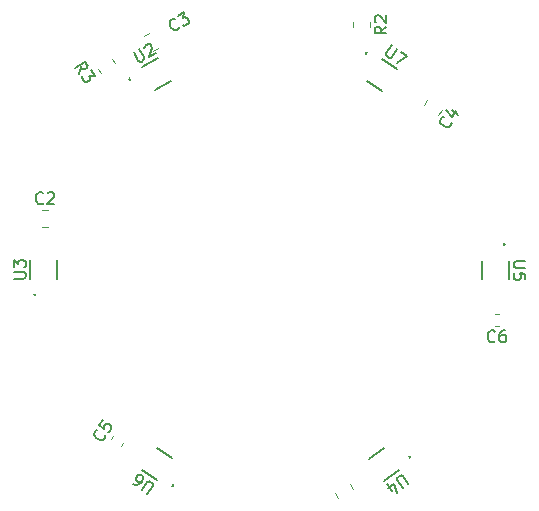
<source format=gbr>
%TF.GenerationSoftware,KiCad,Pcbnew,7.0.10*%
%TF.CreationDate,2024-06-24T13:55:56-07:00*%
%TF.ProjectId,Thermistor Ring,54686572-6d69-4737-946f-722052696e67,rev?*%
%TF.SameCoordinates,Original*%
%TF.FileFunction,Legend,Top*%
%TF.FilePolarity,Positive*%
%FSLAX46Y46*%
G04 Gerber Fmt 4.6, Leading zero omitted, Abs format (unit mm)*
G04 Created by KiCad (PCBNEW 7.0.10) date 2024-06-24 13:55:56*
%MOMM*%
%LPD*%
G01*
G04 APERTURE LIST*
%ADD10C,0.150000*%
%ADD11C,0.152400*%
%ADD12C,0.120000*%
G04 APERTURE END LIST*
D10*
X64928088Y-74912155D02*
X65392412Y-74249032D01*
X65392412Y-74249032D02*
X65408031Y-74143704D01*
X65408031Y-74143704D02*
X65396337Y-74077384D01*
X65396337Y-74077384D02*
X65345636Y-73983751D01*
X65345636Y-73983751D02*
X65189607Y-73874498D01*
X65189607Y-73874498D02*
X65084279Y-73858879D01*
X65084279Y-73858879D02*
X65017959Y-73870573D01*
X65017959Y-73870573D02*
X64924325Y-73921274D01*
X64924325Y-73921274D02*
X64460002Y-74584397D01*
X63718864Y-74065447D02*
X63874893Y-74174700D01*
X63874893Y-74174700D02*
X63980221Y-74190319D01*
X63980221Y-74190319D02*
X64046541Y-74178625D01*
X64046541Y-74178625D02*
X64206495Y-74116229D01*
X64206495Y-74116229D02*
X64354755Y-73987514D01*
X64354755Y-73987514D02*
X64573260Y-73675456D01*
X64573260Y-73675456D02*
X64588879Y-73570128D01*
X64588879Y-73570128D02*
X64577185Y-73503808D01*
X64577185Y-73503808D02*
X64526484Y-73410174D01*
X64526484Y-73410174D02*
X64370455Y-73300921D01*
X64370455Y-73300921D02*
X64265127Y-73285302D01*
X64265127Y-73285302D02*
X64198807Y-73296996D01*
X64198807Y-73296996D02*
X64105173Y-73347698D01*
X64105173Y-73347698D02*
X63968607Y-73542734D01*
X63968607Y-73542734D02*
X63952988Y-73648062D01*
X63952988Y-73648062D02*
X63964682Y-73714382D01*
X63964682Y-73714382D02*
X64015384Y-73808016D01*
X64015384Y-73808016D02*
X64171413Y-73917268D01*
X64171413Y-73917268D02*
X64276740Y-73932887D01*
X64276740Y-73932887D02*
X64343061Y-73921193D01*
X64343061Y-73921193D02*
X64436694Y-73870492D01*
X67658563Y-35414084D02*
X67641133Y-35479133D01*
X67641133Y-35479133D02*
X67541225Y-35591801D01*
X67541225Y-35591801D02*
X67458746Y-35639420D01*
X67458746Y-35639420D02*
X67311219Y-35669609D01*
X67311219Y-35669609D02*
X67181121Y-35634749D01*
X67181121Y-35634749D02*
X67092263Y-35576080D01*
X67092263Y-35576080D02*
X66955785Y-35434933D01*
X66955785Y-35434933D02*
X66884357Y-35311215D01*
X66884357Y-35311215D02*
X66830358Y-35122448D01*
X66830358Y-35122448D02*
X66823978Y-35016160D01*
X66823978Y-35016160D02*
X66858838Y-34886062D01*
X66858838Y-34886062D02*
X66958746Y-34773394D01*
X66958746Y-34773394D02*
X67041225Y-34725775D01*
X67041225Y-34725775D02*
X67188752Y-34695586D01*
X67188752Y-34695586D02*
X67253801Y-34713016D01*
X67494857Y-34463870D02*
X68030968Y-34154347D01*
X68030968Y-34154347D02*
X67932769Y-34650928D01*
X67932769Y-34650928D02*
X68056487Y-34579499D01*
X68056487Y-34579499D02*
X68162775Y-34573119D01*
X68162775Y-34573119D02*
X68227824Y-34590549D01*
X68227824Y-34590549D02*
X68316682Y-34649218D01*
X68316682Y-34649218D02*
X68435730Y-34855415D01*
X68435730Y-34855415D02*
X68442110Y-34961703D01*
X68442110Y-34961703D02*
X68424680Y-35026752D01*
X68424680Y-35026752D02*
X68366011Y-35115610D01*
X68366011Y-35115610D02*
X68118575Y-35258467D01*
X68118575Y-35258467D02*
X68012287Y-35264847D01*
X68012287Y-35264847D02*
X67947238Y-35247417D01*
X56103227Y-50289565D02*
X56055608Y-50337185D01*
X56055608Y-50337185D02*
X55912751Y-50384804D01*
X55912751Y-50384804D02*
X55817513Y-50384804D01*
X55817513Y-50384804D02*
X55674656Y-50337185D01*
X55674656Y-50337185D02*
X55579418Y-50241946D01*
X55579418Y-50241946D02*
X55531799Y-50146708D01*
X55531799Y-50146708D02*
X55484180Y-49956232D01*
X55484180Y-49956232D02*
X55484180Y-49813375D01*
X55484180Y-49813375D02*
X55531799Y-49622899D01*
X55531799Y-49622899D02*
X55579418Y-49527661D01*
X55579418Y-49527661D02*
X55674656Y-49432423D01*
X55674656Y-49432423D02*
X55817513Y-49384804D01*
X55817513Y-49384804D02*
X55912751Y-49384804D01*
X55912751Y-49384804D02*
X56055608Y-49432423D01*
X56055608Y-49432423D02*
X56103227Y-49480042D01*
X56484180Y-49480042D02*
X56531799Y-49432423D01*
X56531799Y-49432423D02*
X56627037Y-49384804D01*
X56627037Y-49384804D02*
X56865132Y-49384804D01*
X56865132Y-49384804D02*
X56960370Y-49432423D01*
X56960370Y-49432423D02*
X57007989Y-49480042D01*
X57007989Y-49480042D02*
X57055608Y-49575280D01*
X57055608Y-49575280D02*
X57055608Y-49670518D01*
X57055608Y-49670518D02*
X57007989Y-49813375D01*
X57007989Y-49813375D02*
X56436561Y-50384804D01*
X56436561Y-50384804D02*
X57055608Y-50384804D01*
X85624177Y-36943221D02*
X85159853Y-37606344D01*
X85159853Y-37606344D02*
X85144234Y-37711672D01*
X85144234Y-37711672D02*
X85155928Y-37777992D01*
X85155928Y-37777992D02*
X85206629Y-37871625D01*
X85206629Y-37871625D02*
X85362658Y-37980878D01*
X85362658Y-37980878D02*
X85467986Y-37996497D01*
X85467986Y-37996497D02*
X85534306Y-37984803D01*
X85534306Y-37984803D02*
X85627940Y-37934102D01*
X85627940Y-37934102D02*
X86092263Y-37270979D01*
X86404321Y-37489484D02*
X86950423Y-37871868D01*
X86950423Y-37871868D02*
X86025781Y-38445202D01*
X94356720Y-61979313D02*
X94309101Y-62026933D01*
X94309101Y-62026933D02*
X94166244Y-62074552D01*
X94166244Y-62074552D02*
X94071006Y-62074552D01*
X94071006Y-62074552D02*
X93928149Y-62026933D01*
X93928149Y-62026933D02*
X93832911Y-61931694D01*
X93832911Y-61931694D02*
X93785292Y-61836456D01*
X93785292Y-61836456D02*
X93737673Y-61645980D01*
X93737673Y-61645980D02*
X93737673Y-61503123D01*
X93737673Y-61503123D02*
X93785292Y-61312647D01*
X93785292Y-61312647D02*
X93832911Y-61217409D01*
X93832911Y-61217409D02*
X93928149Y-61122171D01*
X93928149Y-61122171D02*
X94071006Y-61074552D01*
X94071006Y-61074552D02*
X94166244Y-61074552D01*
X94166244Y-61074552D02*
X94309101Y-61122171D01*
X94309101Y-61122171D02*
X94356720Y-61169790D01*
X95213863Y-61074552D02*
X95023387Y-61074552D01*
X95023387Y-61074552D02*
X94928149Y-61122171D01*
X94928149Y-61122171D02*
X94880530Y-61169790D01*
X94880530Y-61169790D02*
X94785292Y-61312647D01*
X94785292Y-61312647D02*
X94737673Y-61503123D01*
X94737673Y-61503123D02*
X94737673Y-61884075D01*
X94737673Y-61884075D02*
X94785292Y-61979313D01*
X94785292Y-61979313D02*
X94832911Y-62026933D01*
X94832911Y-62026933D02*
X94928149Y-62074552D01*
X94928149Y-62074552D02*
X95118625Y-62074552D01*
X95118625Y-62074552D02*
X95213863Y-62026933D01*
X95213863Y-62026933D02*
X95261482Y-61979313D01*
X95261482Y-61979313D02*
X95309101Y-61884075D01*
X95309101Y-61884075D02*
X95309101Y-61645980D01*
X95309101Y-61645980D02*
X95261482Y-61550742D01*
X95261482Y-61550742D02*
X95213863Y-61503123D01*
X95213863Y-61503123D02*
X95118625Y-61455504D01*
X95118625Y-61455504D02*
X94928149Y-61455504D01*
X94928149Y-61455504D02*
X94832911Y-61503123D01*
X94832911Y-61503123D02*
X94785292Y-61550742D01*
X94785292Y-61550742D02*
X94737673Y-61645980D01*
X61364657Y-69959711D02*
X61376351Y-70026031D01*
X61376351Y-70026031D02*
X61333419Y-70170366D01*
X61333419Y-70170366D02*
X61278793Y-70248380D01*
X61278793Y-70248380D02*
X61157846Y-70338089D01*
X61157846Y-70338089D02*
X61025205Y-70361477D01*
X61025205Y-70361477D02*
X60919877Y-70345858D01*
X60919877Y-70345858D02*
X60736535Y-70275613D01*
X60736535Y-70275613D02*
X60619514Y-70193673D01*
X60619514Y-70193673D02*
X60490798Y-70045413D01*
X60490798Y-70045413D02*
X60440097Y-69951780D01*
X60440097Y-69951780D02*
X60416708Y-69819139D01*
X60416708Y-69819139D02*
X60459641Y-69674804D01*
X60459641Y-69674804D02*
X60514267Y-69596789D01*
X60514267Y-69596789D02*
X60635214Y-69507081D01*
X60635214Y-69507081D02*
X60701534Y-69495387D01*
X61142470Y-68699623D02*
X60869338Y-69089695D01*
X60869338Y-69089695D02*
X61232097Y-69401834D01*
X61232097Y-69401834D02*
X61220403Y-69335514D01*
X61220403Y-69335514D02*
X61236022Y-69230186D01*
X61236022Y-69230186D02*
X61372588Y-69035150D01*
X61372588Y-69035150D02*
X61466222Y-68984449D01*
X61466222Y-68984449D02*
X61532542Y-68972755D01*
X61532542Y-68972755D02*
X61637870Y-68988374D01*
X61637870Y-68988374D02*
X61832906Y-69124939D01*
X61832906Y-69124939D02*
X61883607Y-69218573D01*
X61883607Y-69218573D02*
X61895301Y-69284893D01*
X61895301Y-69284893D02*
X61879682Y-69390221D01*
X61879682Y-69390221D02*
X61743116Y-69585257D01*
X61743116Y-69585257D02*
X61649483Y-69635959D01*
X61649483Y-69635959D02*
X61583162Y-69647653D01*
X63770573Y-37545204D02*
X64175335Y-38246273D01*
X64175335Y-38246273D02*
X64264193Y-38304942D01*
X64264193Y-38304942D02*
X64329242Y-38322371D01*
X64329242Y-38322371D02*
X64435530Y-38315992D01*
X64435530Y-38315992D02*
X64600488Y-38220754D01*
X64600488Y-38220754D02*
X64659157Y-38131895D01*
X64659157Y-38131895D02*
X64676586Y-38066846D01*
X64676586Y-38066846D02*
X64670207Y-37960558D01*
X64670207Y-37960558D02*
X64265445Y-37259490D01*
X64684218Y-37127683D02*
X64701647Y-37062634D01*
X64701647Y-37062634D02*
X64760316Y-36973776D01*
X64760316Y-36973776D02*
X64966513Y-36854728D01*
X64966513Y-36854728D02*
X65072801Y-36848348D01*
X65072801Y-36848348D02*
X65137850Y-36865778D01*
X65137850Y-36865778D02*
X65226708Y-36924447D01*
X65226708Y-36924447D02*
X65274327Y-37006926D01*
X65274327Y-37006926D02*
X65304517Y-37154453D01*
X65304517Y-37154453D02*
X65095359Y-37935039D01*
X65095359Y-37935039D02*
X65631470Y-37625515D01*
X96934821Y-55215958D02*
X96125298Y-55215958D01*
X96125298Y-55215958D02*
X96030060Y-55263577D01*
X96030060Y-55263577D02*
X95982441Y-55311196D01*
X95982441Y-55311196D02*
X95934821Y-55406434D01*
X95934821Y-55406434D02*
X95934821Y-55596910D01*
X95934821Y-55596910D02*
X95982441Y-55692148D01*
X95982441Y-55692148D02*
X96030060Y-55739767D01*
X96030060Y-55739767D02*
X96125298Y-55787386D01*
X96125298Y-55787386D02*
X96934821Y-55787386D01*
X96934821Y-56739767D02*
X96934821Y-56263577D01*
X96934821Y-56263577D02*
X96458631Y-56215958D01*
X96458631Y-56215958D02*
X96506250Y-56263577D01*
X96506250Y-56263577D02*
X96553869Y-56358815D01*
X96553869Y-56358815D02*
X96553869Y-56596910D01*
X96553869Y-56596910D02*
X96506250Y-56692148D01*
X96506250Y-56692148D02*
X96458631Y-56739767D01*
X96458631Y-56739767D02*
X96363393Y-56787386D01*
X96363393Y-56787386D02*
X96125298Y-56787386D01*
X96125298Y-56787386D02*
X96030060Y-56739767D01*
X96030060Y-56739767D02*
X95982441Y-56692148D01*
X95982441Y-56692148D02*
X95934821Y-56596910D01*
X95934821Y-56596910D02*
X95934821Y-56358815D01*
X95934821Y-56358815D02*
X95982441Y-56263577D01*
X95982441Y-56263577D02*
X96030060Y-56215958D01*
X59139338Y-39352381D02*
X59338218Y-38806199D01*
X58811580Y-38884294D02*
X59630732Y-38310718D01*
X59630732Y-38310718D02*
X59849237Y-38622776D01*
X59849237Y-38622776D02*
X59864856Y-38728103D01*
X59864856Y-38728103D02*
X59853162Y-38794424D01*
X59853162Y-38794424D02*
X59802461Y-38888057D01*
X59802461Y-38888057D02*
X59685439Y-38969997D01*
X59685439Y-38969997D02*
X59580111Y-38985616D01*
X59580111Y-38985616D02*
X59513791Y-38973922D01*
X59513791Y-38973922D02*
X59420157Y-38923220D01*
X59420157Y-38923220D02*
X59201652Y-38611163D01*
X60149682Y-39051855D02*
X60504753Y-39558949D01*
X60504753Y-39558949D02*
X60001503Y-39504404D01*
X60001503Y-39504404D02*
X60083442Y-39621426D01*
X60083442Y-39621426D02*
X60099062Y-39726753D01*
X60099062Y-39726753D02*
X60087367Y-39793074D01*
X60087367Y-39793074D02*
X60036666Y-39886707D01*
X60036666Y-39886707D02*
X59841630Y-40023273D01*
X59841630Y-40023273D02*
X59736302Y-40038892D01*
X59736302Y-40038892D02*
X59669982Y-40027198D01*
X59669982Y-40027198D02*
X59576348Y-39976497D01*
X59576348Y-39976497D02*
X59412469Y-39742453D01*
X59412469Y-39742453D02*
X59396850Y-39637126D01*
X59396850Y-39637126D02*
X59408544Y-39570805D01*
X85175006Y-35358161D02*
X84698815Y-35691494D01*
X85175006Y-35929589D02*
X84175006Y-35929589D01*
X84175006Y-35929589D02*
X84175006Y-35548637D01*
X84175006Y-35548637D02*
X84222625Y-35453399D01*
X84222625Y-35453399D02*
X84270244Y-35405780D01*
X84270244Y-35405780D02*
X84365482Y-35358161D01*
X84365482Y-35358161D02*
X84508339Y-35358161D01*
X84508339Y-35358161D02*
X84603577Y-35405780D01*
X84603577Y-35405780D02*
X84651196Y-35453399D01*
X84651196Y-35453399D02*
X84698815Y-35548637D01*
X84698815Y-35548637D02*
X84698815Y-35929589D01*
X84270244Y-34977208D02*
X84222625Y-34929589D01*
X84222625Y-34929589D02*
X84175006Y-34834351D01*
X84175006Y-34834351D02*
X84175006Y-34596256D01*
X84175006Y-34596256D02*
X84222625Y-34501018D01*
X84222625Y-34501018D02*
X84270244Y-34453399D01*
X84270244Y-34453399D02*
X84365482Y-34405780D01*
X84365482Y-34405780D02*
X84460720Y-34405780D01*
X84460720Y-34405780D02*
X84603577Y-34453399D01*
X84603577Y-34453399D02*
X85175006Y-35024827D01*
X85175006Y-35024827D02*
X85175006Y-34405780D01*
X90672597Y-43481911D02*
X90684291Y-43548231D01*
X90684291Y-43548231D02*
X90641359Y-43692566D01*
X90641359Y-43692566D02*
X90586733Y-43770580D01*
X90586733Y-43770580D02*
X90465786Y-43860289D01*
X90465786Y-43860289D02*
X90333145Y-43883677D01*
X90333145Y-43883677D02*
X90227817Y-43868058D01*
X90227817Y-43868058D02*
X90044475Y-43797813D01*
X90044475Y-43797813D02*
X89927454Y-43715873D01*
X89927454Y-43715873D02*
X89798738Y-43567613D01*
X89798738Y-43567613D02*
X89748037Y-43473980D01*
X89748037Y-43473980D02*
X89724648Y-43341339D01*
X89724648Y-43341339D02*
X89767581Y-43197004D01*
X89767581Y-43197004D02*
X89822207Y-43118989D01*
X89822207Y-43118989D02*
X89943154Y-43029281D01*
X89943154Y-43029281D02*
X90009474Y-43017587D01*
X90696147Y-42452022D02*
X91242249Y-42834407D01*
X90247523Y-42428553D02*
X90696066Y-43033287D01*
X90696066Y-43033287D02*
X91051137Y-42526193D01*
X53617460Y-56692984D02*
X54426983Y-56692984D01*
X54426983Y-56692984D02*
X54522221Y-56645365D01*
X54522221Y-56645365D02*
X54569841Y-56597746D01*
X54569841Y-56597746D02*
X54617460Y-56502508D01*
X54617460Y-56502508D02*
X54617460Y-56312032D01*
X54617460Y-56312032D02*
X54569841Y-56216794D01*
X54569841Y-56216794D02*
X54522221Y-56169175D01*
X54522221Y-56169175D02*
X54426983Y-56121556D01*
X54426983Y-56121556D02*
X53617460Y-56121556D01*
X53617460Y-55740603D02*
X53617460Y-55121556D01*
X53617460Y-55121556D02*
X53998412Y-55454889D01*
X53998412Y-55454889D02*
X53998412Y-55312032D01*
X53998412Y-55312032D02*
X54046031Y-55216794D01*
X54046031Y-55216794D02*
X54093650Y-55169175D01*
X54093650Y-55169175D02*
X54188888Y-55121556D01*
X54188888Y-55121556D02*
X54426983Y-55121556D01*
X54426983Y-55121556D02*
X54522221Y-55169175D01*
X54522221Y-55169175D02*
X54569841Y-55216794D01*
X54569841Y-55216794D02*
X54617460Y-55312032D01*
X54617460Y-55312032D02*
X54617460Y-55597746D01*
X54617460Y-55597746D02*
X54569841Y-55692984D01*
X54569841Y-55692984D02*
X54522221Y-55740603D01*
X87024804Y-74076961D02*
X86560481Y-73413838D01*
X86560481Y-73413838D02*
X86466847Y-73363137D01*
X86466847Y-73363137D02*
X86400527Y-73351442D01*
X86400527Y-73351442D02*
X86295199Y-73367062D01*
X86295199Y-73367062D02*
X86139170Y-73476314D01*
X86139170Y-73476314D02*
X86088469Y-73569948D01*
X86088469Y-73569948D02*
X86076775Y-73636268D01*
X86076775Y-73636268D02*
X86092394Y-73741596D01*
X86092394Y-73741596D02*
X86556717Y-74404719D01*
X85624388Y-74650618D02*
X85242003Y-74104517D01*
X86037929Y-74826110D02*
X85823268Y-74104436D01*
X85823268Y-74104436D02*
X85316174Y-74459507D01*
D11*
%TO.C,U6*%
X67046848Y-71908793D02*
X65777436Y-71019941D01*
X64480810Y-72871717D02*
X65750222Y-73760569D01*
X67041124Y-74290336D02*
G75*
G03*
X67125817Y-74169381I57795J49660D01*
G01*
D12*
%TO.C,C1*%
X81056729Y-75274299D02*
X80795477Y-74821797D01*
X82329787Y-74539299D02*
X82068535Y-74086797D01*
%TO.C,C3*%
X65846953Y-37180770D02*
X65394451Y-37442022D01*
X65111953Y-35907712D02*
X64659451Y-36168964D01*
%TO.C,C2*%
X56008642Y-50874985D02*
X56531146Y-50874985D01*
X56008642Y-52344985D02*
X56531146Y-52344985D01*
D11*
%TO.C,U7*%
X83505418Y-39946584D02*
X84774830Y-40835436D01*
X86071456Y-38983660D02*
X84802044Y-38094808D01*
X83511142Y-37565041D02*
G75*
G03*
X83426449Y-37685996I-57795J-49660D01*
G01*
D12*
%TO.C,C6*%
X94663967Y-60699733D02*
X94382807Y-60699733D01*
X94663967Y-59679733D02*
X94382807Y-59679733D01*
%TO.C,C5*%
X61838688Y-70259785D02*
X61999955Y-70029473D01*
X62674223Y-70844833D02*
X62835490Y-70614521D01*
D11*
%TO.C,U2*%
X65597118Y-40734729D02*
X66939168Y-39959896D01*
X65808868Y-38002159D02*
X64466818Y-38776992D01*
X63441127Y-39723057D02*
G75*
G03*
X63514956Y-39850933I20581J-73368D01*
G01*
%TO.C,U5*%
X93259341Y-55203030D02*
X93259341Y-56752696D01*
X95519941Y-56752696D02*
X95519941Y-55203030D01*
X95213469Y-53841723D02*
G75*
G03*
X95065813Y-53841723I-73828J18860D01*
G01*
D12*
%TO.C,R3*%
X61933297Y-38058419D02*
X62193774Y-38430419D01*
X60729144Y-38901577D02*
X60989621Y-39273577D01*
%TO.C,R2*%
X83805187Y-34964431D02*
X83805187Y-35418559D01*
X82335187Y-34964431D02*
X82335187Y-35418559D01*
%TO.C,C4*%
X89849392Y-42383105D02*
X89549696Y-42811115D01*
X88645238Y-41539947D02*
X88345542Y-41967957D01*
D11*
%TO.C,U3*%
X57292941Y-56705913D02*
X57292941Y-55156247D01*
X55032341Y-55156247D02*
X55032341Y-56705913D01*
X55338813Y-58067220D02*
G75*
G03*
X55486469Y-58067220I73828J-18860D01*
G01*
%TO.C,U4*%
X84927226Y-71058768D02*
X83657814Y-71947620D01*
X84954440Y-73799396D02*
X86223852Y-72910544D01*
X87163185Y-71878684D02*
G75*
G03*
X87078492Y-71757729I-26897J71295D01*
G01*
%TD*%
M02*

</source>
